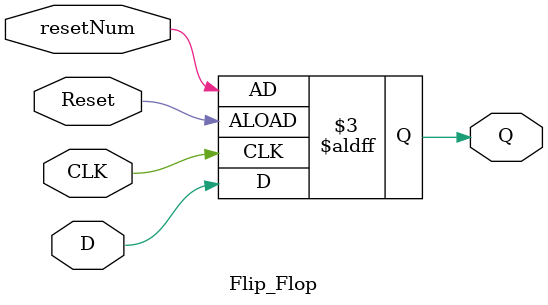
<source format=v>
module Flip_Flop(Q,D,CLK,Reset,resetNum);
input D,CLK,Reset,resetNum;
output reg Q;
always @(posedge CLK or negedge Reset)
    begin
    if(!Reset)
        Q <= resetNum;
    else
        Q <= D;
    end
endmodule

</source>
